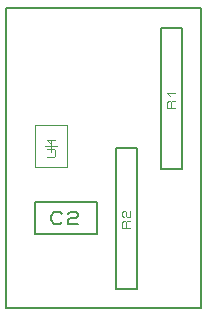
<source format=gbr>
G04 PROTEUS GERBER X2 FILE*
%TF.GenerationSoftware,Labcenter,Proteus,8.5-SP0-Build22067*%
%TF.CreationDate,2020-12-07T21:36:56+00:00*%
%TF.FileFunction,AssemblyDrawing,Top*%
%TF.FilePolarity,Positive*%
%TF.Part,Single*%
%FSLAX45Y45*%
%MOMM*%
G01*
%TA.AperFunction,Profile*%
%ADD13C,0.203200*%
%ADD70C,0.164590*%
%TA.AperFunction,Material*%
%ADD14C,0.203200*%
%ADD71C,0.164590*%
%ADD20C,0.106680*%
%ADD21C,0.050000*%
%ADD22C,0.118330*%
D23*
X-3058160Y+1132840D02*
X-2529840Y+1132840D01*
X-2529840Y+1407160D01*
X-3058160Y+1407160D01*
X-3058160Y+1132840D01*
D24*
X-2826919Y+1237081D02*
X-2843378Y+1220622D01*
X-2892755Y+1220622D01*
X-2925673Y+1253540D01*
X-2925673Y+1286459D01*
X-2892755Y+1319377D01*
X-2843378Y+1319377D01*
X-2826919Y+1302918D01*
X-2761082Y+1286459D02*
X-2728164Y+1319377D01*
X-2728164Y+1220622D01*
D14*
X-3439160Y+243840D02*
X-2910840Y+243840D01*
X-2910840Y+518160D01*
X-3439160Y+518160D01*
X-3439160Y+243840D01*
D71*
X-3207919Y+348081D02*
X-3224378Y+331622D01*
X-3273755Y+331622D01*
X-3306673Y+364540D01*
X-3306673Y+397459D01*
X-3273755Y+430377D01*
X-3224378Y+430377D01*
X-3207919Y+413918D01*
X-3158541Y+413918D02*
X-3142082Y+430377D01*
X-3092705Y+430377D01*
X-3076246Y+413918D01*
X-3076246Y+397459D01*
X-3092705Y+381000D01*
X-3142082Y+381000D01*
X-3158541Y+364540D01*
X-3158541Y+331622D01*
X-3076246Y+331622D01*
D14*
X-2374900Y+800100D02*
X-2197100Y+800100D01*
X-2197100Y+1993900D01*
X-2374900Y+1993900D01*
X-2374900Y+800100D01*
D20*
X-2253996Y+1311656D02*
X-2318004Y+1311656D01*
X-2318004Y+1364996D01*
X-2307336Y+1375664D01*
X-2296668Y+1375664D01*
X-2286000Y+1364996D01*
X-2286000Y+1311656D01*
X-2286000Y+1364996D02*
X-2275332Y+1375664D01*
X-2253996Y+1375664D01*
X-2296668Y+1418336D02*
X-2318004Y+1439672D01*
X-2253996Y+1439672D01*
D14*
X-2755900Y-215900D02*
X-2578100Y-215900D01*
X-2578100Y+977900D01*
X-2755900Y+977900D01*
X-2755900Y-215900D01*
D20*
X-2634996Y+295656D02*
X-2699004Y+295656D01*
X-2699004Y+348996D01*
X-2688336Y+359664D01*
X-2677668Y+359664D01*
X-2667000Y+348996D01*
X-2667000Y+295656D01*
X-2667000Y+348996D02*
X-2656332Y+359664D01*
X-2634996Y+359664D01*
X-2688336Y+391668D02*
X-2699004Y+402336D01*
X-2699004Y+434340D01*
X-2688336Y+445008D01*
X-2677668Y+445008D01*
X-2667000Y+434340D01*
X-2667000Y+402336D01*
X-2656332Y+391668D01*
X-2634996Y+391668D01*
X-2634996Y+445008D01*
D21*
X-3167000Y+819000D02*
X-3167000Y+1169000D01*
X-3437000Y+1169000D01*
X-3437000Y+819000D01*
X-3167000Y+819000D01*
X-3352000Y+994000D02*
X-3252000Y+994000D01*
X-3302000Y+1044000D02*
X-3302000Y+944000D01*
D22*
X-3337500Y+899334D02*
X-3278333Y+899334D01*
X-3266500Y+911167D01*
X-3266500Y+958500D01*
X-3278333Y+970333D01*
X-3337500Y+970333D01*
X-3313833Y+1017666D02*
X-3337500Y+1041333D01*
X-3266500Y+1041333D01*
D13*
X-3683000Y-381000D02*
X-2032000Y-381000D01*
X-2032000Y+2159000D01*
X-3683000Y+2159000D01*
X-3683000Y-381000D01*
M02*

</source>
